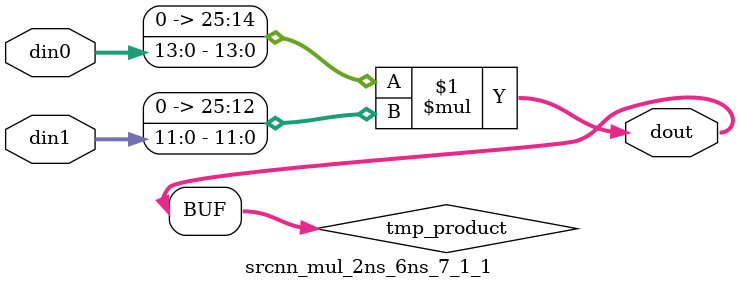
<source format=v>

`timescale 1 ns / 1 ps

  module srcnn_mul_2ns_6ns_7_1_1(din0, din1, dout);
parameter ID = 1;
parameter NUM_STAGE = 0;
parameter din0_WIDTH = 14;
parameter din1_WIDTH = 12;
parameter dout_WIDTH = 26;

input [din0_WIDTH - 1 : 0] din0; 
input [din1_WIDTH - 1 : 0] din1; 
output [dout_WIDTH - 1 : 0] dout;

wire signed [dout_WIDTH - 1 : 0] tmp_product;










assign tmp_product = $signed({1'b0, din0}) * $signed({1'b0, din1});











assign dout = tmp_product;







endmodule

</source>
